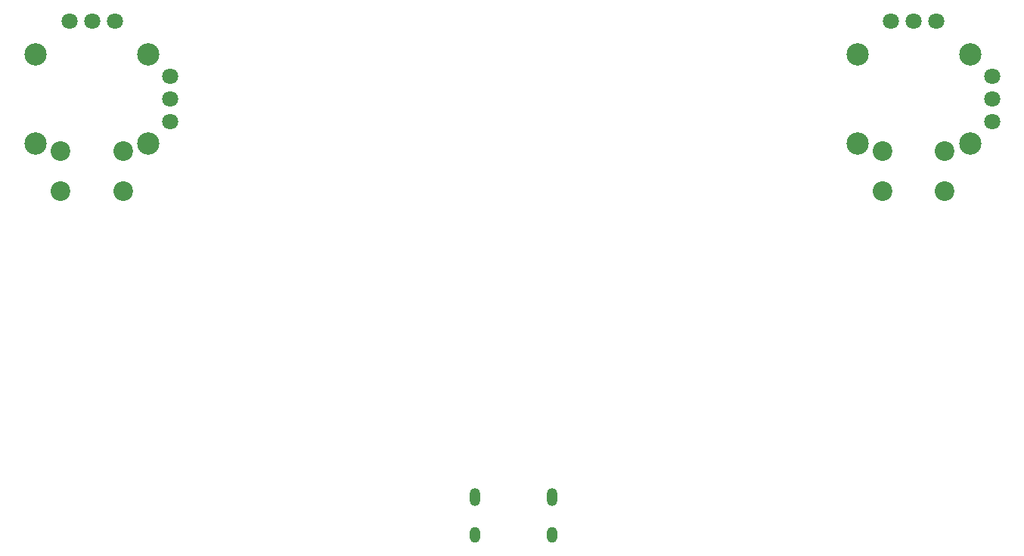
<source format=gbr>
%TF.GenerationSoftware,KiCad,Pcbnew,(6.0.5)*%
%TF.CreationDate,2022-05-19T22:33:39+02:00*%
%TF.ProjectId,hardware-remote-v2,68617264-7761-4726-952d-72656d6f7465,rev?*%
%TF.SameCoordinates,Original*%
%TF.FileFunction,Paste,Bot*%
%TF.FilePolarity,Positive*%
%FSLAX46Y46*%
G04 Gerber Fmt 4.6, Leading zero omitted, Abs format (unit mm)*
G04 Created by KiCad (PCBNEW (6.0.5)) date 2022-05-19 22:33:39*
%MOMM*%
%LPD*%
G01*
G04 APERTURE LIST*
%ADD10C,1.800000*%
%ADD11C,2.500000*%
%ADD12C,2.200000*%
%ADD13O,1.200000X2.000000*%
%ADD14O,1.200000X1.800000*%
G04 APERTURE END LIST*
D10*
%TO.C,SW2*%
X53530000Y18240000D03*
X53530000Y20780000D03*
X53530000Y23320000D03*
X47340000Y29510000D03*
X44800000Y29510000D03*
X42260000Y29510000D03*
D11*
X38470000Y25780000D03*
X38470000Y15780000D03*
X51120000Y15780000D03*
X51120000Y25780000D03*
D12*
X41280000Y14990000D03*
X41280000Y10490000D03*
X48280000Y14990000D03*
X48280000Y10490000D03*
%TD*%
D13*
%TO.C,USB1*%
X-4320000Y-23855000D03*
X4320000Y-23855000D03*
D14*
X-4320000Y-28045000D03*
X4320000Y-28045000D03*
%TD*%
D10*
%TO.C,SW1*%
X-38470000Y18240000D03*
X-38470000Y20780000D03*
X-38470000Y23320000D03*
X-44660000Y29510000D03*
X-47200000Y29510000D03*
X-49740000Y29510000D03*
D11*
X-53530000Y25780000D03*
X-53530000Y15780000D03*
X-40880000Y15780000D03*
X-40880000Y25780000D03*
D12*
X-50720000Y14990000D03*
X-50720000Y10490000D03*
X-43720000Y14990000D03*
X-43720000Y10490000D03*
%TD*%
M02*

</source>
